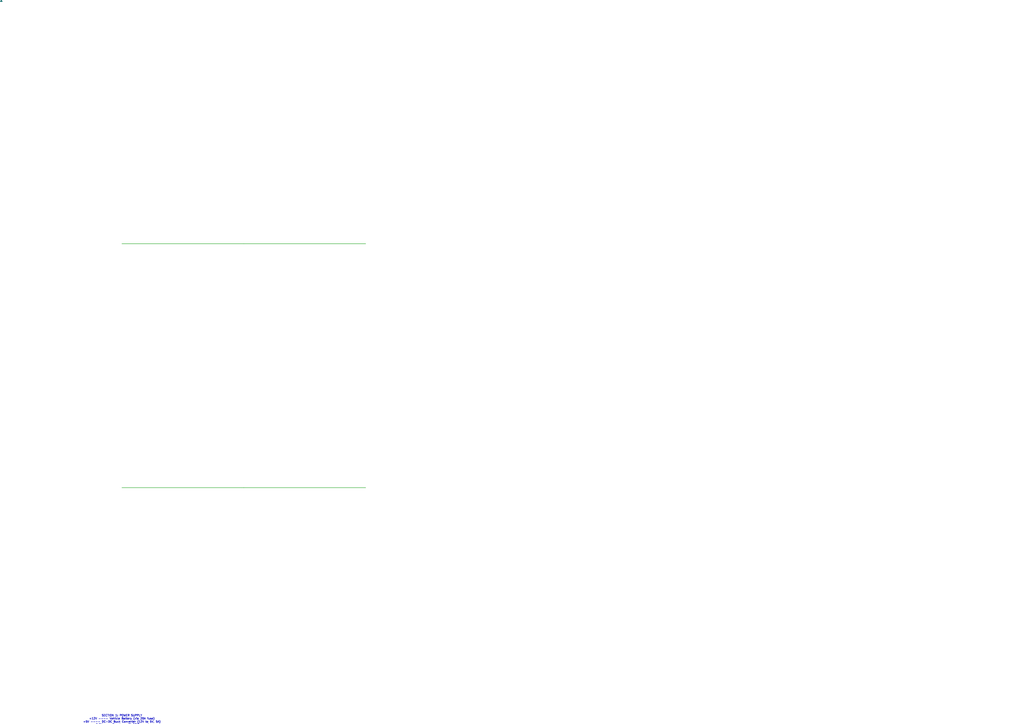
<source format=kicad_sch>
(kicad_sch (version 20230121)
  (paper "A3")
  (title_block (title "VAZ 21011 + Raspberry Pi 5 Control System") (date "2025-10-20") (rev "2.0") (comment 1 "Complete engine management and monitoring system") (comment 2 "Raspberry Pi 5 based control for VAZ 21011") (comment 3 "GPIO connections with sensors and relays") (comment 4 "OBD-II diagnostic interface"))
  (lib_symbols
    (symbol "Device:R" (pin_numbers hide) (pin_names (offset 0))
      (property "Reference" "R" (at 2.032 0 90))
      (property "Value" "R" (at 0 0 90))
      (symbol "R_0_1"
        (rectangle (start -1.016 -2.54) (end 1.016 2.54) (stroke (width 0.254)))
      )
      (symbol "R_1_1"
        (pin passive line (at 0 3.81 270) (length 1.27) (name "~") (number "1"))
        (pin passive line (at 0 -3.81 90) (length 1.27) (name "~") (number "2"))
      )
    )
    (symbol "Device:C" (pin_numbers hide) (pin_names (offset 0.254))
      (property "Reference" "C" (at 0.635 2.54 0))
      (property "Value" "C" (at 0.635 -2.54 0))
      (symbol "C_0_1"
        (polyline (pts (xy -2.032 -0.762) (xy 2.032 -0.762)) (stroke (width 0.508)))
        (polyline (pts (xy -2.032 0.762) (xy 2.032 0.762)) (stroke (width 0.508)))
      )
      (symbol "C_1_1"
        (pin passive line (at 0 3.81 270) (length 3.048) (name "~") (number "1"))
        (pin passive line (at 0 -3.81 90) (length 3.048) (name "~") (number "2"))
      )
    )
    (symbol "Connector_Generic:Conn_01x02_Pin" (pin_names (offset 1.016) hide)
      (property "Reference" "J" (at 0 2.54 0))
      (property "Value" "Conn_01x02_Pin" (at 0 -5.08 0))
      (symbol "Conn_01x02_Pin_1_1"
        (rectangle (start -1.27 -4.953) (end 0 5.047) (stroke (width 0.254)))
        (pin passive line (at -5.08 3.81 0) (length 3.81) (name "Pin_1") (number "1"))
        (pin passive line (at -5.08 1.27 0) (length 3.81) (name "Pin_2") (number "2"))
      )
    )
    (symbol "power:+12V" (power) (pin_names (offset 0))
      (property "Reference" "#PWR" (at 0 -3.81 0))
      (property "Value" "+12V" (at 0 3.556 0))
      (symbol "+12V_0_1"
        (polyline (pts (xy -0.762 1.27) (xy 0 2.54)) (stroke (width 0.254)))
        (polyline (pts (xy 0 0) (xy 0 2.54)) (stroke (width 0.254)))
        (polyline (pts (xy 0 2.54) (xy 0.762 1.27)) (stroke (width 0.254)))
      )
      (symbol "+12V_1_1"
        (pin power_in line (at 0 0 270) (length 0) hide (name "+12V") (number "1"))
      )
    )
    (symbol "power:GND" (power) (pin_names (offset 0))
      (property "Reference" "#PWR" (at 0 -6.35 0))
      (property "Value" "GND" (at 0 -3.81 0))
      (symbol "GND_0_1"
        (polyline (pts (xy 0 0) (xy 0 -1.27) (xy 1.27 -1.27) (xy 0 -2.54) (xy -1.27 -1.27) (xy 0 -1.27)))
      )
      (symbol "GND_1_1"
        (pin power_in line (at 0 0 270) (length 0) hide (name "GND") (number "1"))
      )
    )
    (symbol "power:+5V" (power) (pin_names (offset 0))
      (property "Reference" "#PWR" (at 0 -3.81 0))
      (property "Value" "+5V" (at 0 3.556 0))
      (symbol "+5V_0_1"
        (polyline (pts (xy -0.762 1.27) (xy 0 2.54)) (stroke (width 0.254)))
        (polyline (pts (xy 0 0) (xy 0 2.54)) (stroke (width 0.254)))
        (polyline (pts (xy 0 2.54) (xy 0.762 1.27)) (stroke (width 0.254)))
      )
      (symbol "+5V_1_1"
        (pin power_in line (at 0 0 270) (length 0) hide (name "+5V") (number "1"))
      )
    )
    (symbol "power:+3V3" (power) (pin_names (offset 0))
      (property "Reference" "#PWR" (at 0 -3.81 0))
      (property "Value" "+3V3" (at 0 3.556 0))
      (symbol "+3V3_0_1"
        (polyline (pts (xy -0.762 1.27) (xy 0 2.54)) (stroke (width 0.254)))
        (polyline (pts (xy 0 0) (xy 0 2.54)) (stroke (width 0.254)))
        (polyline (pts (xy 0 2.54) (xy 0.762 1.27)) (stroke (width 0.254)))
      )
      (symbol "+3V3_1_1"
        (pin power_in line (at 0 0 270) (length 0) hide (name "+3V3") (number "1"))
      )
    )
  )
  (wire (pts (xy 50 200) (xy 100 200)))
  (wire (pts (xy 100 200) (xy 150 200)))
  (wire (pts (xy 50 100) (xy 100 100)))
  (wire (pts (xy 100 100) (xy 150 100)))
  (symbol (at 30 200 0)
    (property "Reference" "J1" (at 0 0 0))
    (property "Value" "I2C" (at 0 -2.54 0))
  )
  (symbol (at 30 100 0)
    (property "Reference" "J2" (at 0 0 0))
    (property "Value" "GPIO_IN" (at 0 -2.54 0))
  )
  (symbol (at 50 250 0)
    (property "Reference" "R1" (at 0 0 0))
    (property "Value" "10k" (at 0 -2.54 0))
  )
  (symbol (at 100 250 0)
    (property "Reference" "C1" (at 0 0 0))
    (property "Value" "100nF" (at 0 -2.54 0))
  )
  (text "GPIO CONNECTIONS FOR VAZ 21011" (at 50 320 0) (effects (font (size 1.5 1.5) (thickness 0.3))))
  (text "SECTION 1: POWER SUPPLY\n+12V ---- Vehicle Battery (via 20A fuse)\n+5V ---- DC-DC Buck Converter (12V to 5V, 5A)\n+3.3V --- Raspberry Pi GPIO supply\nGND ---- Common ground with vehicle chassis\n\nSECTION 2: I2C SENSOR BUS (GPIO2=SDA, GPIO3=SCL)\nPull-up resistors: 10kΩ to +3.3V\nDevices: DS18B20 Temp Sensor, BMP280 Pressure, ADS1115 ADC\n\nSECTION 3: GPIO OUTPUTS\nGPIO4  ---- Ignition Relay (via 1kΩ resistor + 2N2222)\nGPIO17 ---- Starter Relay Control\nGPIO27 ---- Fuel Pump Relay\nGPIO22 ---- Cooling Fan Relay\nGPIO23 ---- Check Engine Light (LED + 330Ω)\nGPIO24 ---- Idle Control Valve\nGPIO25 ---- Air Intake Control\n\nSECTION 4: GPIO INPUTS\nGPIO5  ---- RPM Sensor (Hall effect, 0-12V level shifter)\nGPIO6  ---- Speed Sensor (Speedometer signal)\nGPIO12 ---- Throttle Position Sensor (via ADS1115)\nGPIO13 ---- Brake Pressure Switch\nGPIO18 ---- Engine Load Sensor (via ADS1115)\nGPIO19 ---- Oxygen Sensor Signal (via ADS1115)\nGPIO20 ---- Oil Pressure Switch\nGPIO21 ---- Temperature Warning Switch\n\nSECTION 5: UART INTERFACE (GPIO14, GPIO15)\nGPIO14 (TX) ---- RS-232/CAN Interface\nGPIO15 (RX) ---- Serial port for diagnostic tools\nBaud rate: 115200 bps for OBD-II compatibility\n\nSECTION 6: PROTECTION & FILTERING\nFlyback Diodes: 1N4148 across all relay coils\nLevel Shifters: 74HCT245 for voltage conversion\nDecoupling: 100nF ceramic near each IC\nBulk Cap: 1000µF on +5V rail\nEMI: Ferrite beads on GPIO inputs\nTransient: TVS diodes on sensor inputs\n\nSECTION 7: RELAY CIRCUIT\nGPIO4 -> 1kΩ Resistor -> 2N2222 Base\n2N2222 Collector -> Relay Coil\nRelay NC/NO -> Ignition System\nFlyback Diode 1N4148 across coil\nApply topology to all relay outputs\n\nSECTION 8: ADC CONFIGURATION (ADS1115 I2C 16-bit)\nA0 ---- Throttle Position (0-5V)\nA1 ---- Engine Load (0-5V)\nA2 ---- Oxygen Sensor (0-5V)\nA3 ---- Spare channel\nResolution: 0.1875 mV/bit (±6.144V range)\nSampling: 860 SPS (samples/sec)\n\nSECTION 9: SAFETY FEATURES\nWatchdog Timer: Resets Pi if hang\nFuse Protection: 20A on +12V, 5A on +5V\nThermal: Heat sink on regulators\nOvercurrent: Relay diodes prevent back-EMF\nVoltage: Zener diodes on GPIO\nFailsafe: Default relay states on restart\n\nSECTION 10: PCB LAYOUT\nRaspberry Pi in center\nRelays on right (high current)\nSensors on left (signal conditioning)\nStar grounding at single point\nShielded cables for sensor inputs\nKeep high-current away from signals\nVia stitching around digital sections" (at 50 340 0) (effects (font (size 0.8 0.8))))
)
</source>
